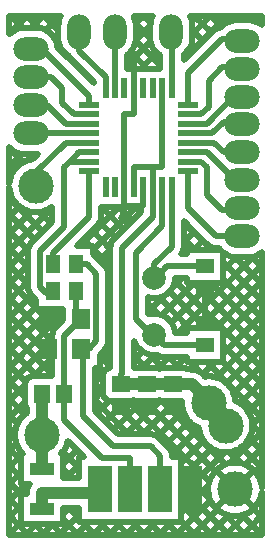
<source format=gbr>
G04 DipTrace 3.0.0.2*
G04 top_gamepad2usb.gbr*
%MOMM*%
G04 #@! TF.FileFunction,Copper,L1,Top*
G04 #@! TF.Part,Single*
%AMOUTLINE0*
4,1,4,
-0.74997,0.65,
0.74997,0.65,
0.74997,-0.65,
-0.74997,-0.65,
-0.74997,0.65,
0*%
%AMOUTLINE3*
4,1,4,
-0.65,-0.75,
-0.65,0.75,
0.65,0.75,
0.65,-0.75,
-0.65,-0.75,
0*%
G04 #@! TA.AperFunction,CopperBalancing*
%ADD14C,0.5*%
G04 #@! TA.AperFunction,ComponentPad*
%ADD15C,1.0*%
%ADD17R,1.5X1.3*%
%ADD19R,2.0X1.0*%
%ADD20R,1.6X1.8*%
%ADD21O,3.0X2.0*%
%ADD22O,2.0X3.0*%
G04 #@! TA.AperFunction,ComponentPad*
%ADD23R,2.0X4.0*%
%ADD24C,3.0*%
%ADD25C,3.0*%
%ADD26R,1.3X1.5*%
%ADD28R,0.5X1.7*%
%ADD29R,1.7X0.5*%
G04 #@! TA.AperFunction,ComponentPad*
%ADD30C,2.0*%
%ADD63OUTLINE0*%
%ADD66OUTLINE3*%
%FSLAX35Y35*%
G04*
G71*
G90*
G75*
G01*
G04 Top*
%LPD*%
X-2569130Y2000653D2*
D14*
X-2762733D1*
X-2921307Y2159227D1*
X-3064197D1*
X-2569130Y2080653D2*
X-2699843D1*
X-2794293Y2175103D1*
Y2302117D1*
X-2889553Y2397377D1*
X-3064197D1*
X-2569130Y2160653D2*
Y2235720D1*
X-2968937Y2635527D1*
X-3064197D1*
X-2569130Y1920653D2*
X-3064197Y1921077D1*
X-1270133Y1047860D2*
X-1492407D1*
X-1729130Y1284583D1*
Y1600653D1*
Y1680653D2*
X-1617147D1*
X-1571790Y1635297D1*
Y1397147D1*
X-1444777Y1270133D1*
X-1270133D1*
Y1286010D1*
X-1729130Y1760653D2*
X-1570133D1*
X-1381270Y1571790D1*
X-1270133D1*
Y1524160D1*
X-1729130Y1840653D2*
X-1507243D1*
X-1428900Y1762310D1*
X-1283930D1*
X-1270133D1*
X-1729130Y1920653D2*
X-1524583D1*
X-1428900Y2016337D1*
X-1302733D1*
X-1286857Y2000460D1*
X-1270133D1*
X-1729130Y2000653D2*
X-1571597D1*
X-1349517Y2222733D1*
X-1270133D1*
Y2460883D2*
Y2476760D1*
X-1444777D1*
X-1555913Y2365623D1*
Y2143350D1*
X-1618610Y2080653D1*
X-1729130D1*
Y2160653D2*
Y2430557D1*
X-1444777Y2714910D1*
X-1270133D1*
Y2699033D1*
X-2109130Y1460653D2*
Y1301887D1*
X-2269130D1*
Y1460653D1*
Y2079843D1*
X-2189130D1*
Y2300653D1*
X-1587667Y317013D2*
Y603313D1*
X-2189130Y2300653D2*
Y2494487D1*
X-2190980Y2496337D1*
Y2572020D1*
X-2270363Y1206627D2*
X-2269130Y1301887D1*
X-2569130Y1840653D2*
X-2763580D1*
X-3016567Y1587667D1*
Y1476530D1*
X-1869130Y2300653D2*
Y2774100D1*
X-1873447Y2778417D1*
X-2651403D2*
Y2619650D1*
X-2429130Y2397377D1*
Y2300653D1*
X-2349747Y2778417D2*
X-2349130Y2300653D1*
X-1869130Y1460653D2*
Y956917D1*
X-2016337Y809710D1*
Y698573D1*
X-1587667Y793313D2*
X-1905720D1*
X-2000460Y698573D1*
X-2016337D1*
X-1949130Y1460653D2*
Y1130943D1*
X-2175103Y904970D1*
Y349287D1*
X-2063967Y238150D1*
X-2016337D1*
Y215973D1*
X-1587667Y127013D2*
X-1936953D1*
X-2016337Y206397D1*
Y215973D1*
X-1968707Y-1095490D2*
Y-809710D1*
X-2048090Y-730327D1*
X-2365623D1*
X-2619570Y-476380D1*
Y95260D1*
X-2572020D1*
X-2508513Y158767D1*
Y730327D1*
X-2587900Y809713D1*
X-2680483D1*
X-2635447Y95260D2*
X-2619570D1*
X-2870483Y809713D2*
Y908163D1*
X-2569130Y1209517D1*
Y1600653D1*
X-2778857Y-285780D2*
Y-507533D1*
X-2460803Y-825587D1*
X-2222707D1*
Y-1095490D1*
X-2778857Y-285780D2*
Y205877D1*
X-2635447Y349287D1*
X-2683597Y587437D2*
Y397437D1*
X-2635447Y349287D1*
X-2569130Y1760653D2*
X-2653060D1*
X-2733060Y1680653D1*
X-2778417Y1635297D1*
Y1127243D1*
X-2984813Y920847D1*
Y619190D1*
X-2937183Y571560D1*
X-2873597D1*
Y587437D1*
X-2569130Y1680653D2*
X-2733060D1*
X-2029130Y1460653D2*
Y1635297D1*
X-2189130D1*
Y1460653D1*
X-1949130Y2300653D2*
Y1635297D1*
X-2029130D1*
X-2968937Y-920847D2*
D15*
Y-635067D1*
X-2968857D1*
Y-285780D1*
X-2302117Y-206917D2*
D14*
Y-127013D1*
X-2286240Y-111137D1*
Y952600D1*
X-2029130Y1209710D1*
Y1460653D1*
X-2302117Y-206917D2*
D15*
X-1698283D1*
X-1540037Y-365163D1*
X-1555913D1*
X-1857570Y-206917D2*
X-1698283D1*
X-2968937Y-1260847D2*
Y-1127243D1*
X-2476707D1*
Y-1095490D1*
X-2270363Y1206627D3*
X-3105337Y2906277D2*
D14*
X-3239723Y2771893D1*
X-2963917Y2906277D2*
X-3054107Y2816087D1*
X-2822493Y2906277D2*
X-2931400Y2797373D1*
X-2831920Y2755430D2*
X-2858270Y2729080D1*
X-2115387Y2906277D2*
X-2170293Y2851373D1*
X-2053967Y2826280D2*
X-2170637Y2709607D1*
X-3138450Y1741797D2*
X-3239687Y1640557D1*
X-2050237Y2688587D2*
X-2243903Y2494920D1*
X-1691123Y2906277D2*
X-1703973Y2893427D1*
X-1999897Y2597507D2*
X-2131207Y2466193D1*
X-3224073Y1373327D2*
X-3239687Y1357713D1*
X-1549703Y2906277D2*
X-1692927Y2763053D1*
X-1974623Y2481357D2*
X-1989850Y2466133D1*
X-3160960Y1295020D2*
X-3239687Y1216293D1*
X-1408280Y2906277D2*
X-1763637Y2550923D1*
X-3064217Y1250343D2*
X-3239687Y1074870D1*
X-1266860Y2906277D2*
X-1293590Y2879547D1*
X-2883917Y1289220D2*
X-3239687Y933450D1*
X-1125440Y2906277D2*
X-1161077Y2870640D1*
X-3086383Y945333D2*
X-3239687Y792030D1*
X-3090313Y799980D2*
X-3239717Y650577D1*
X-3090313Y658560D2*
X-3239717Y509157D1*
X-2312360Y1295093D2*
X-2642200Y965253D1*
X-3062140Y545313D2*
X-3239717Y367733D1*
X-2170937Y1295093D2*
X-2534960Y931070D1*
X-3019120Y446910D2*
X-3239717Y226313D1*
X-2391770Y932840D2*
X-2475780Y848830D1*
X-2892683Y431927D2*
X-3239717Y84890D1*
X-2391770Y791417D2*
X-2410597Y772590D1*
X-2796010Y387180D2*
X-3239717Y-56530D1*
X-2391770Y649997D2*
X-2403033Y638733D1*
X-2884327Y157440D2*
X-3239717Y-197950D1*
X-1748053Y1152290D2*
X-1763637Y1136707D1*
X-2391770Y508577D2*
X-2403033Y497313D1*
X-2884327Y16017D2*
X-3030623Y-130280D1*
X-3114343Y-214000D2*
X-3239717Y-339373D1*
X-1677343Y1081580D2*
X-1763633Y995290D1*
X-2391770Y367153D2*
X-2403033Y355890D1*
X-3114343Y-355420D2*
X-3239717Y-480793D1*
X-1606633Y1010870D2*
X-1678627Y938873D1*
X-2391770Y225733D2*
X-2403033Y214470D1*
X-3189337Y-571833D2*
X-3239717Y-622217D1*
X-1788243Y687837D2*
X-1855887Y620193D1*
X-1937950Y538130D2*
X-2069610Y406473D1*
X-2391770Y84310D2*
X-2474883Y1200D1*
X-3187403Y-711323D2*
X-3239717Y-763637D1*
X-1686873Y647787D2*
X-1949733Y384930D1*
X-2452467Y-117807D2*
X-2514037Y-179377D1*
X-3149493Y-814833D2*
X-3239717Y-905057D1*
X-1325930Y867307D2*
X-1432107Y761130D1*
X-1545453Y647787D2*
X-1869630Y323610D1*
X-2123980Y69257D2*
X-2180717Y12523D1*
X-2457647Y-264410D2*
X-2514037Y-320797D1*
X-3149493Y-956253D2*
X-3239717Y-1046480D1*
X-1178710Y873107D2*
X-1819290Y232527D1*
X-2016327Y35490D2*
X-2113250Y-61433D1*
X-2401370Y-349550D2*
X-2498223Y-446407D1*
X-3103227Y-1051410D2*
X-3239717Y-1187900D1*
X-1110520Y799877D2*
X-1637817Y272580D1*
X-1888853Y21543D2*
X-1976040Y-65647D1*
X-2262847Y-352450D2*
X-2427513Y-517117D1*
X-2674060Y-763663D2*
X-2788387Y-877990D1*
X-3149493Y-1239097D2*
X-3239717Y-1329323D1*
X-1110520Y658457D2*
X-1496397Y272580D1*
X-1747433Y21543D2*
X-1830407Y-61433D1*
X-2121427Y-352450D2*
X-2356800Y-587827D1*
X-2657210Y-888237D2*
X-2765737Y-996760D1*
X-3149493Y-1380520D2*
X-3239717Y-1470743D1*
X-1110520Y517033D2*
X-1432107Y195447D1*
X-1646063Y-18510D2*
X-1703970Y-76417D1*
X-1971373Y-343820D2*
X-2252393Y-624840D1*
X-3018913Y-1391360D2*
X-3104927Y-1477373D1*
X-1110520Y375613D2*
X-1432107Y54023D1*
X-1504640Y-18510D2*
X-1602323Y-116193D1*
X-1838583Y-352450D2*
X-2110970Y-624840D1*
X-2743873Y-1257740D2*
X-2788387Y-1302253D1*
X-2877493Y-1391360D2*
X-2963503Y-1477373D1*
X-1110520Y234193D2*
X-1488523Y-143813D1*
X-1777263Y-432553D2*
X-1987227Y-642517D1*
X-2657210Y-1312500D2*
X-2822083Y-1477373D1*
X-1110520Y92770D2*
X-1398270Y-194983D1*
X-1726097Y-522807D2*
X-1915207Y-711917D1*
X-2579320Y-1376030D2*
X-2680663Y-1477373D1*
X-1110520Y-48650D2*
X-1340957Y-279090D1*
X-1642540Y-580673D2*
X-1863347Y-801477D1*
X-2437897Y-1376030D2*
X-2539240Y-1477373D1*
X-1110520Y-190073D2*
X-1283643Y-363197D1*
X-1605460Y-685013D2*
X-1788147Y-867700D1*
X-2296477Y-1376030D2*
X-2397820Y-1477373D1*
X-1110520Y-331493D2*
X-1214657Y-435633D1*
X-1533090Y-754067D2*
X-1788147Y-1009120D1*
X-2155057Y-1376030D2*
X-2256397Y-1477373D1*
X-1110520Y-472917D2*
X-1182617Y-545013D1*
X-1423710Y-786107D2*
X-1788147Y-1150543D1*
X-2013633Y-1376030D2*
X-2114977Y-1477373D1*
X-1110520Y-614337D2*
X-1363607Y-867423D1*
X-1561680Y-1065497D2*
X-1788147Y-1291963D1*
X-1872213Y-1376030D2*
X-1973557Y-1477373D1*
X-1110520Y-755757D2*
X-1238827Y-884067D1*
X-1545037Y-1190277D2*
X-1832133Y-1477373D1*
X-1110520Y-897180D2*
X-1157690Y-944350D1*
X-1484823Y-1271483D2*
X-1690713Y-1477373D1*
X-1391393Y-1319477D2*
X-1549290Y-1477373D1*
X-1110520Y-1180023D2*
X-1130413Y-1199917D1*
X-1229187Y-1298690D2*
X-1407870Y-1477373D1*
X-1110520Y-1321443D2*
X-1266450Y-1477373D1*
X-1110520Y-1462863D2*
X-1125027Y-1477373D1*
X-1244870Y2906277D2*
X-1218070Y2879477D1*
X-1386290Y2906277D2*
X-1356520Y2876510D1*
X-1527713Y2906277D2*
X-1448983Y2827550D1*
X-1669133Y2906277D2*
X-1536890Y2774033D1*
X-1692923Y2788647D2*
X-1607600Y2703323D1*
X-1705353Y2659653D2*
X-1678310Y2632613D1*
X-2093397Y2906277D2*
X-2051060Y2863940D1*
X-1763633Y2576513D2*
X-1749007Y2561887D1*
X-2170013Y2841470D2*
X-2053893Y2725350D1*
X-2170840Y2700880D2*
X-1974620Y2504657D1*
X-2216210Y2604827D2*
X-2077577Y2466193D1*
X-2243900Y2491093D2*
X-2219000Y2466193D1*
X-2941927Y2906277D2*
X-2831917Y2796270D1*
X-3083347Y2906277D2*
X-2991083Y2814017D1*
X-2835687Y2658617D2*
X-2534640Y2357573D1*
X-3224767Y2906277D2*
X-3133817Y2815327D1*
X-1188143Y869650D2*
X-1110520Y792030D1*
X-1327563Y867653D2*
X-1110490Y650577D1*
X-1763637Y1162303D2*
X-1540207Y938873D1*
X-1432110Y830780D2*
X-1110490Y509157D1*
X-1763637Y1020883D2*
X-1681630Y938873D1*
X-1432110Y689357D2*
X-1110490Y367733D1*
X-2179270Y1295093D2*
X-2137173Y1253000D1*
X-1531963Y647787D2*
X-1110490Y226313D1*
X-2320690Y1295093D2*
X-2207887Y1182287D1*
X-1673383Y647787D2*
X-1110490Y84890D1*
X-2462113Y1295093D2*
X-2278597Y1111577D1*
X-1837523Y670507D2*
X-1110490Y-56530D1*
X-3048997Y1740557D2*
X-3031967Y1723530D1*
X-2472607Y1164167D2*
X-2349307Y1040867D1*
X-1883100Y574660D2*
X-1581017Y272580D1*
X-1432110Y123673D2*
X-1110490Y-197950D1*
X-3239687Y1789827D2*
X-3129057Y1679197D1*
X-2538623Y1088763D2*
X-2391773Y941913D1*
X-1972523Y522663D2*
X-1722440Y272580D1*
X-1432110Y-17750D2*
X-1110490Y-339373D1*
X-3239687Y1648407D2*
X-3204187Y1612903D1*
X-2609333Y1018050D2*
X-2391773Y800493D1*
X-2069613Y478330D2*
X-1984153Y392870D1*
X-1839457Y248177D2*
X-1823833Y232550D1*
X-1572773Y-18510D2*
X-1110490Y-480793D1*
X-2980980Y1248277D2*
X-2894827Y1162123D1*
X-2403003Y670300D2*
X-2391797Y659093D1*
X-1754247Y21543D2*
X-1743150Y10447D1*
X-1714140Y-18563D2*
X-1640473Y-92230D1*
X-1182690Y-550013D2*
X-1110490Y-622217D1*
X-3239687Y1365563D2*
X-2965540Y1091413D1*
X-2403003Y528877D2*
X-2391797Y517670D1*
X-1895667Y21543D2*
X-1812693Y-61433D1*
X-1208793Y-665333D2*
X-1110490Y-763637D1*
X-3239687Y1224140D2*
X-3036250Y1020703D1*
X-2403003Y387457D2*
X-2391797Y376250D1*
X-2056423Y40877D2*
X-1952387Y-63160D1*
X-1274117Y-741430D2*
X-1110490Y-905057D1*
X-3239687Y1082720D2*
X-3089973Y933007D1*
X-2403003Y246033D2*
X-2391797Y234827D1*
X-2180720Y23750D2*
X-2095537Y-61433D1*
X-1804517Y-352450D2*
X-1786217Y-370753D1*
X-1373623Y-783343D2*
X-1286230Y-870740D1*
X-3239687Y941300D2*
X-3090320Y791930D1*
X-2411910Y113520D2*
X-2391773Y93383D1*
X-1948493Y-349897D2*
X-1418397Y-879993D1*
X-3239687Y799877D2*
X-3090320Y650507D1*
X-2871737Y431927D2*
X-2796013Y356203D1*
X-2474887Y35077D2*
X-2391773Y-48037D1*
X-2087360Y-352450D2*
X-1502920Y-936893D1*
X-1175027Y-1264783D2*
X-1110490Y-1329323D1*
X-3239687Y658457D2*
X-2858507Y277273D1*
X-2505960Y-75270D2*
X-2456407Y-124823D1*
X-2228780Y-352450D2*
X-1554570Y-1026660D1*
X-1264797Y-1316437D2*
X-1110490Y-1470743D1*
X-3239687Y517033D2*
X-2884333Y161680D1*
X-2514040Y-208613D2*
X-2457583Y-265070D1*
X-2370203Y-352450D2*
X-2097813Y-624840D1*
X-1788150Y-934503D2*
X-1548910Y-1173743D1*
X-1411880Y-1310773D2*
X-1245280Y-1477373D1*
X-3239687Y375613D2*
X-2884333Y20257D1*
X-2514040Y-350033D2*
X-2239237Y-624840D1*
X-1788150Y-1075923D2*
X-1386703Y-1477373D1*
X-3239687Y234193D2*
X-2884333Y-121163D1*
X-1788150Y-1217347D2*
X-1528123Y-1477373D1*
X-3239687Y92770D2*
X-3016640Y-130280D1*
X-1788150Y-1358767D2*
X-1669543Y-1477373D1*
X-3239687Y-48650D2*
X-3109100Y-179237D1*
X-1912310Y-1376030D2*
X-1810967Y-1477373D1*
X-3239687Y-190073D2*
X-3114350Y-315410D1*
X-2053730Y-1376030D2*
X-1952387Y-1477373D1*
X-3239687Y-331493D2*
X-3115730Y-455450D1*
X-2789287Y-781893D2*
X-2657217Y-913967D1*
X-2195150Y-1376030D2*
X-2093810Y-1477373D1*
X-3239687Y-472917D2*
X-3177740Y-534863D1*
X-2788390Y-924213D2*
X-2715843Y-996760D1*
X-2336573Y-1376030D2*
X-2235230Y-1477373D1*
X-3239687Y-614337D2*
X-3198043Y-655983D1*
X-2477993Y-1376030D2*
X-2376650Y-1477373D1*
X-3239687Y-755757D2*
X-3149497Y-845950D1*
X-2737703Y-1257740D2*
X-2657217Y-1338230D1*
X-2619417Y-1376030D2*
X-2518073Y-1477373D1*
X-3239687Y-897180D2*
X-3149497Y-987370D1*
X-2788390Y-1348477D2*
X-2659493Y-1477373D1*
X-3239687Y-1038600D2*
X-3147977Y-1130310D1*
X-2886930Y-1391360D2*
X-2800917Y-1477373D1*
X-3239687Y-1180023D2*
X-3149497Y-1270213D1*
X-3028350Y-1391360D2*
X-2942337Y-1477373D1*
X-3239687Y-1321443D2*
X-3083757Y-1477373D1*
X-3239687Y-1462863D2*
X-3225180Y-1477373D1*
X-1714667Y935313D2*
X-1456757D1*
X-1464687Y945853D1*
X-1500410Y946173D1*
X-1516217Y948677D1*
X-1531440Y953623D1*
X-1545703Y960890D1*
X-1558650Y970297D1*
X-1617563Y1028767D1*
X-1767203Y1178407D1*
X-1767443Y948913D1*
X-1769947Y933107D1*
X-1774893Y917883D1*
X-1782160Y903623D1*
X-1787210Y896200D1*
X-1780720Y895313D1*
X-1739607D1*
X-1739667Y935313D1*
X-1714667D1*
X-1435667Y913730D2*
Y651313D1*
X-1739667D1*
Y691253D1*
X-1839523Y691313D1*
X-1841517Y670883D1*
X-1848000Y643877D1*
X-1858630Y618217D1*
X-1873140Y594537D1*
X-1891180Y573417D1*
X-1912300Y555377D1*
X-1935980Y540867D1*
X-1961640Y530237D1*
X-1988647Y523753D1*
X-2016337Y521573D1*
X-2044027Y523753D1*
X-2071033Y530237D1*
X-2073120Y531007D1*
X-2073103Y391397D1*
X-2067140Y385573D1*
X-2044027Y390793D1*
X-2016337Y392973D1*
X-1988647Y390793D1*
X-1961640Y384310D1*
X-1935980Y373680D1*
X-1912300Y359170D1*
X-1891180Y341130D1*
X-1873140Y320010D1*
X-1858630Y296330D1*
X-1848000Y270670D1*
X-1841517Y243663D1*
X-1839847Y228940D1*
X-1739590Y229013D1*
X-1739667Y269013D1*
X-1435667D1*
Y-14987D1*
X-1739667D1*
Y24953D1*
X-1944957Y25327D1*
X-1960763Y27830D1*
X-1975987Y32777D1*
X-1990247Y40043D1*
X-2016337Y38973D1*
X-2044027Y41153D1*
X-2071033Y47637D1*
X-2096693Y58267D1*
X-2120373Y72777D1*
X-2141493Y90817D1*
X-2159533Y111937D1*
X-2174043Y135617D1*
X-2184280Y160207D1*
X-2184240Y-70740D1*
X-2172817Y-67043D1*
X-2160880Y-65153D1*
X-2004847Y-64917D1*
X-1992800Y-65863D1*
X-1981053Y-68687D1*
X-1969003Y-73807D1*
X-1956360Y-68683D1*
X-1944613Y-65863D1*
X-1932567Y-64917D1*
X-1776533Y-65153D1*
X-1764597Y-67043D1*
X-1753107Y-70777D1*
X-1742340Y-76263D1*
X-1736887Y-79960D1*
X-1688320Y-80307D1*
X-1668637Y-83427D1*
X-1649683Y-89583D1*
X-1631927Y-98630D1*
X-1615803Y-110347D1*
X-1585487Y-140110D1*
X-1555913Y-138163D1*
X-1538103Y-138863D1*
X-1520403Y-140957D1*
X-1502920Y-144437D1*
X-1485767Y-149273D1*
X-1469043Y-155443D1*
X-1452857Y-162903D1*
X-1437307Y-171613D1*
X-1422487Y-181517D1*
X-1408490Y-192550D1*
X-1395400Y-204650D1*
X-1383300Y-217740D1*
X-1372267Y-231737D1*
X-1362363Y-246557D1*
X-1353653Y-262107D1*
X-1346193Y-278293D1*
X-1340023Y-295017D1*
X-1335187Y-312170D1*
X-1331707Y-329653D1*
X-1329963Y-344380D1*
X-1309967Y-353423D1*
X-1294417Y-362133D1*
X-1279597Y-372037D1*
X-1265600Y-383070D1*
X-1252510Y-395170D1*
X-1240410Y-408260D1*
X-1229377Y-422257D1*
X-1219473Y-437077D1*
X-1210763Y-452627D1*
X-1203303Y-468813D1*
X-1197133Y-485537D1*
X-1192297Y-502690D1*
X-1188817Y-520173D1*
X-1186723Y-537873D1*
X-1186023Y-555683D1*
X-1186723Y-573493D1*
X-1188817Y-591193D1*
X-1192297Y-608677D1*
X-1197133Y-625830D1*
X-1203303Y-642553D1*
X-1210763Y-658740D1*
X-1219473Y-674290D1*
X-1229377Y-689110D1*
X-1240410Y-703107D1*
X-1252510Y-716197D1*
X-1265600Y-728297D1*
X-1279597Y-739330D1*
X-1294417Y-749233D1*
X-1309967Y-757943D1*
X-1326153Y-765403D1*
X-1342877Y-771573D1*
X-1360030Y-776410D1*
X-1377513Y-779890D1*
X-1395213Y-781983D1*
X-1413023Y-782683D1*
X-1430833Y-781983D1*
X-1448533Y-779890D1*
X-1466017Y-776410D1*
X-1483170Y-771573D1*
X-1499893Y-765403D1*
X-1516080Y-757943D1*
X-1531630Y-749233D1*
X-1546450Y-739330D1*
X-1560447Y-728297D1*
X-1573537Y-716197D1*
X-1585637Y-703107D1*
X-1596670Y-689110D1*
X-1606573Y-674290D1*
X-1615283Y-658740D1*
X-1622743Y-642553D1*
X-1628913Y-625830D1*
X-1633750Y-608677D1*
X-1637230Y-591193D1*
X-1638973Y-576467D1*
X-1658970Y-567423D1*
X-1674520Y-558713D1*
X-1689340Y-548810D1*
X-1703337Y-537777D1*
X-1716427Y-525677D1*
X-1728527Y-512587D1*
X-1739560Y-498590D1*
X-1749463Y-483770D1*
X-1758173Y-468220D1*
X-1765633Y-452033D1*
X-1771803Y-435310D1*
X-1776640Y-418157D1*
X-1780120Y-400673D1*
X-1782213Y-382973D1*
X-1782913Y-365163D1*
X-1782573Y-348917D1*
X-1783400Y-348883D1*
X-1938607Y-348680D1*
X-1950543Y-346790D1*
X-1962033Y-343057D1*
X-1968410Y-340027D1*
X-1981053Y-345147D1*
X-1992800Y-347970D1*
X-2004847Y-348917D1*
X-2160880Y-348680D1*
X-2172817Y-346790D1*
X-2184307Y-343057D1*
X-2190683Y-340027D1*
X-2203327Y-345147D1*
X-2215073Y-347970D1*
X-2227120Y-348917D1*
X-2383153Y-348680D1*
X-2395090Y-346790D1*
X-2406580Y-343057D1*
X-2417347Y-337570D1*
X-2427120Y-330467D1*
X-2435663Y-321923D1*
X-2442767Y-312150D1*
X-2448253Y-301383D1*
X-2451987Y-289893D1*
X-2453877Y-277957D1*
X-2454113Y-141917D1*
X-2453167Y-129870D1*
X-2450343Y-118123D1*
X-2445720Y-106960D1*
X-2439407Y-96657D1*
X-2431560Y-87470D1*
X-2422373Y-79623D1*
X-2412070Y-73310D1*
X-2400907Y-68687D1*
X-2388197Y-65750D1*
X-2387927Y960603D1*
X-2385423Y976410D1*
X-2380477Y991633D1*
X-2373210Y1005897D1*
X-2363800Y1018843D1*
X-2305333Y1077757D1*
X-2131110Y1251980D1*
X-2131130Y1298750D1*
X-2451130D1*
X-2467070Y1298653D1*
X-2467443Y1201513D1*
X-2469947Y1185707D1*
X-2474893Y1170483D1*
X-2482160Y1156223D1*
X-2491570Y1143273D1*
X-2550037Y1084360D1*
X-2672483Y961713D1*
X-2538483D1*
Y898920D1*
X-2527947Y892233D1*
X-2515777Y881837D1*
X-2430953Y796570D1*
X-2421543Y783620D1*
X-2414277Y769360D1*
X-2409330Y754137D1*
X-2406827Y738330D1*
X-2406513Y655327D1*
X-2406827Y150763D1*
X-2409330Y134957D1*
X-2414277Y119733D1*
X-2421543Y105473D1*
X-2430953Y92523D1*
X-2478443Y44587D1*
X-2478447Y-71740D1*
X-2517607D1*
X-2517570Y-434133D1*
X-2323367Y-628333D1*
X-2040087Y-628640D1*
X-2024280Y-631143D1*
X-2009057Y-636090D1*
X-1994793Y-643357D1*
X-1981847Y-652763D1*
X-1922933Y-711233D1*
X-1891143Y-743467D1*
X-1881737Y-756413D1*
X-1874470Y-770677D1*
X-1869523Y-785900D1*
X-1867020Y-801707D1*
X-1866707Y-818400D1*
X-1791707Y-818490D1*
Y-1372490D1*
X-2653707D1*
Y-1254230D1*
X-2791843Y-1254243D1*
X-2791937Y-1387847D1*
X-3145937D1*
Y-1133847D1*
X-3095840D1*
X-3095547Y-1117280D1*
X-3092427Y-1097597D1*
X-3086270Y-1078643D1*
X-3077223Y-1060887D1*
X-3071080Y-1051830D1*
X-3091937Y-1047847D1*
X-3145937D1*
Y-793847D1*
X-3130997D1*
X-3141470Y-782490D1*
X-3152503Y-768493D1*
X-3162407Y-753673D1*
X-3171117Y-738123D1*
X-3178577Y-721937D1*
X-3184747Y-705213D1*
X-3189583Y-688060D1*
X-3193063Y-670577D1*
X-3195157Y-652877D1*
X-3195857Y-635067D1*
X-3195157Y-617257D1*
X-3193063Y-599557D1*
X-3189583Y-582073D1*
X-3184747Y-564920D1*
X-3178577Y-548197D1*
X-3171117Y-532010D1*
X-3162407Y-516460D1*
X-3152503Y-501640D1*
X-3141470Y-487643D1*
X-3129370Y-474553D1*
X-3116280Y-462453D1*
X-3095857Y-447127D1*
X-3096150Y-406040D1*
X-3102463Y-395737D1*
X-3107087Y-384573D1*
X-3109910Y-372827D1*
X-3110857Y-360780D1*
X-3110620Y-204740D1*
X-3108730Y-192803D1*
X-3104997Y-181313D1*
X-3099510Y-170547D1*
X-3092407Y-160773D1*
X-3083863Y-152230D1*
X-3074090Y-145127D1*
X-3063323Y-139640D1*
X-3051833Y-135907D1*
X-3039897Y-134017D1*
X-2903857Y-133780D1*
X-2891810Y-134727D1*
X-2884903Y-136183D1*
X-2880857Y-135780D1*
X-2880543Y213880D1*
X-2878040Y229687D1*
X-2873093Y244910D1*
X-2865827Y259170D1*
X-2856417Y272120D1*
X-2792493Y336490D1*
X-2792447Y435510D1*
X-3015597Y435437D1*
Y505847D1*
X-3062373Y552947D1*
X-3071783Y565897D1*
X-3079050Y580157D1*
X-3083997Y595380D1*
X-3086500Y611187D1*
X-3086813Y694190D1*
X-3086500Y928850D1*
X-3083997Y944657D1*
X-3079050Y959880D1*
X-3071783Y974140D1*
X-3062373Y987090D1*
X-3003907Y1046003D1*
X-2880370Y1169540D1*
X-2880417Y1294920D1*
X-2897960Y1282980D1*
X-2913510Y1274270D1*
X-2929697Y1266810D1*
X-2946420Y1260640D1*
X-2963573Y1255803D1*
X-2981057Y1252323D1*
X-2998757Y1250230D1*
X-3016567Y1249530D1*
X-3034377Y1250230D1*
X-3052077Y1252323D1*
X-3069560Y1255803D1*
X-3086713Y1260640D1*
X-3103437Y1266810D1*
X-3119623Y1274270D1*
X-3135173Y1282980D1*
X-3149993Y1292883D1*
X-3163990Y1303917D1*
X-3177080Y1316017D1*
X-3189180Y1329107D1*
X-3200213Y1343103D1*
X-3210117Y1357923D1*
X-3218827Y1373473D1*
X-3226287Y1389660D1*
X-3232457Y1406383D1*
X-3237293Y1423537D1*
X-3240773Y1441020D1*
X-3243257Y1468670D1*
X-3243223Y-1480913D1*
X-1106983D1*
X-1107520Y-1115463D1*
X-1111087Y-1140197D1*
X-1117347Y-1164387D1*
X-1126230Y-1187740D1*
X-1137627Y-1209980D1*
X-1151397Y-1230830D1*
X-1167377Y-1250040D1*
X-1185370Y-1267377D1*
X-1205160Y-1282630D1*
X-1226507Y-1295620D1*
X-1249153Y-1306180D1*
X-1272820Y-1314190D1*
X-1297227Y-1319550D1*
X-1322073Y-1322197D1*
X-1347060Y-1322093D1*
X-1371887Y-1319243D1*
X-1396247Y-1313687D1*
X-1419850Y-1305483D1*
X-1442407Y-1294737D1*
X-1463647Y-1281573D1*
X-1483313Y-1266157D1*
X-1501163Y-1248673D1*
X-1516983Y-1229333D1*
X-1530583Y-1208370D1*
X-1541797Y-1186040D1*
X-1550490Y-1162613D1*
X-1556553Y-1138373D1*
X-1559917Y-1113613D1*
X-1560537Y-1088633D1*
X-1558407Y-1063737D1*
X-1553557Y-1039223D1*
X-1546040Y-1015393D1*
X-1535950Y-992533D1*
X-1523407Y-970923D1*
X-1508567Y-950820D1*
X-1491607Y-932470D1*
X-1472733Y-916097D1*
X-1452173Y-901893D1*
X-1430177Y-890040D1*
X-1407010Y-880673D1*
X-1382957Y-873913D1*
X-1358303Y-869833D1*
X-1333353Y-868490D1*
X-1308403Y-869897D1*
X-1283763Y-874037D1*
X-1259727Y-880860D1*
X-1236583Y-890287D1*
X-1214617Y-902197D1*
X-1194093Y-916450D1*
X-1175260Y-932870D1*
X-1158347Y-951263D1*
X-1143557Y-971403D1*
X-1131070Y-993047D1*
X-1121037Y-1015933D1*
X-1113583Y-1039783D1*
X-1108793Y-1064307D1*
X-1106983Y-1080913D1*
Y911763D1*
X-1127650Y896943D1*
X-1152400Y884333D1*
X-1178813Y875750D1*
X-1206247Y871407D1*
X-1270133Y870860D1*
X-1334020Y871407D1*
X-1361453Y875750D1*
X-1387867Y884333D1*
X-1412617Y896943D1*
X-1435087Y913267D1*
X-1435683Y913820D1*
X-2806580Y-793847D2*
X-2791937D1*
Y-1000193D1*
X-2653800Y-1000243D1*
X-2653707Y-818490D1*
X-2612007D1*
X-2747063Y-683577D1*
X-2752967Y-705213D1*
X-2759137Y-721937D1*
X-2766597Y-738123D1*
X-2775307Y-753673D1*
X-2785210Y-768493D1*
X-2796243Y-782490D1*
X-2806783Y-793893D1*
X-3114143Y1744080D2*
X-3141887Y1746257D1*
X-3168893Y1752740D1*
X-3194553Y1763370D1*
X-3218233Y1777880D1*
X-3239353Y1795920D1*
X-3243223Y1800103D1*
X-3242867Y1494340D1*
X-3240773Y1512040D1*
X-3237293Y1529523D1*
X-3232457Y1546677D1*
X-3226287Y1563400D1*
X-3218827Y1579587D1*
X-3210117Y1595137D1*
X-3200213Y1609957D1*
X-3189180Y1623953D1*
X-3177080Y1637043D1*
X-3163990Y1649143D1*
X-3149993Y1660177D1*
X-3135173Y1670080D1*
X-3119623Y1678790D1*
X-3103437Y1686250D1*
X-3086713Y1692420D1*
X-3069560Y1697257D1*
X-3047167Y1701317D1*
X-3004100Y1744383D1*
X-3114197Y1744173D1*
X-2050443Y2828363D2*
X-2048267Y2856107D1*
X-2041783Y2883113D1*
X-2031153Y2908773D1*
X-2030543Y2909863D1*
X-2192627Y2909813D1*
X-2186220Y2896150D1*
X-2177637Y2869737D1*
X-2173293Y2842303D1*
X-2172747Y2778417D1*
X-2173293Y2714530D1*
X-2177637Y2687097D1*
X-2186220Y2660683D1*
X-2198830Y2635933D1*
X-2215153Y2613463D1*
X-2234793Y2593823D1*
X-2247560Y2583983D1*
X-2247130Y2462557D1*
X-2007130D1*
X-1971150Y2462653D1*
X-1971130Y2580830D1*
X-1988400Y2593823D1*
X-2008040Y2613463D1*
X-2024363Y2635933D1*
X-2036973Y2660683D1*
X-2045557Y2687097D1*
X-2049900Y2714530D1*
X-2050447Y2778417D1*
X-2050350Y2828417D1*
X-1716350Y2909863D2*
X-1709920Y2896150D1*
X-1701337Y2869737D1*
X-1696993Y2842303D1*
X-1696447Y2778417D1*
X-1696993Y2714530D1*
X-1701337Y2687097D1*
X-1709920Y2660683D1*
X-1722530Y2635933D1*
X-1738853Y2613463D1*
X-1758493Y2593823D1*
X-1767150Y2587003D1*
X-1767130Y2536697D1*
X-1511020Y2792470D1*
X-1498070Y2801880D1*
X-1483810Y2809147D1*
X-1468587Y2814093D1*
X-1452437Y2816610D1*
X-1435087Y2833627D1*
X-1412617Y2849950D1*
X-1387867Y2862560D1*
X-1361453Y2871143D1*
X-1334020Y2875487D1*
X-1270133Y2876033D1*
X-1206247Y2875487D1*
X-1178813Y2871143D1*
X-1152400Y2862560D1*
X-1127650Y2849950D1*
X-1106930Y2835003D1*
X-1106983Y2909813D1*
X-1716260D1*
X-2828400Y2828363D2*
X-2826223Y2856107D1*
X-2819740Y2883113D1*
X-2809110Y2908773D1*
X-2808500Y2909863D1*
X-3243223Y2909813D1*
Y2756787D1*
X-3229150Y2770120D1*
X-3206680Y2786443D1*
X-3181930Y2799053D1*
X-3155517Y2807637D1*
X-3128083Y2811980D1*
X-3064197Y2812527D1*
X-3000310Y2811980D1*
X-2972877Y2807637D1*
X-2946463Y2799053D1*
X-2921713Y2786443D1*
X-2899243Y2770120D1*
X-2879603Y2750480D1*
X-2863280Y2728010D1*
X-2850670Y2703260D1*
X-2842087Y2676847D1*
X-2837743Y2649413D1*
X-2826100Y2636940D1*
X-2531173Y2342013D1*
X-2531130Y2355243D1*
X-2728967Y2553407D1*
X-2738373Y2566353D1*
X-2742693Y2574223D1*
X-2766357Y2593823D1*
X-2785997Y2613463D1*
X-2802320Y2635933D1*
X-2814930Y2660683D1*
X-2823513Y2687097D1*
X-2827857Y2714530D1*
X-2828403Y2778417D1*
Y2828320D1*
X-1494083Y-935047D2*
X-1173197Y-1255933D1*
Y-935047D2*
X-1494083Y-1255933D1*
D17*
X-1587667Y603313D3*
Y793313D3*
Y317013D3*
Y127013D3*
D63*
X-2302117Y-396917D3*
Y-206917D3*
X-2079843Y-396917D3*
Y-206917D3*
X-1857570Y-396917D3*
Y-206917D3*
D19*
X-2968937Y-920847D3*
Y-1260847D3*
D20*
X-2635447Y349287D3*
X-2915447D3*
X-2635447Y95260D3*
X-2915447D3*
D21*
X-3064197Y1921077D3*
D22*
X-1873447Y2778417D3*
D23*
X-2476707Y-1095490D3*
D21*
X-1270133Y1286010D3*
D23*
X-2222707Y-1095490D3*
D22*
X-2651403Y2778417D3*
D24*
X-2968857Y-635067D3*
D23*
X-1968707Y-1095490D3*
D21*
X-1270133Y1762310D3*
D23*
X-1714707Y-1095490D3*
D22*
X-2349747Y2778417D3*
D21*
X-1270133Y2222733D3*
Y1047860D3*
X-3064197Y2159227D3*
X-1270133Y2460883D3*
X-3064197Y2397377D3*
X-1270133Y1524160D3*
D25*
X-1555913Y-365163D3*
D21*
X-3064197Y2635527D3*
X-1270133Y2000460D3*
Y2699033D3*
D24*
X-3016567Y1476530D3*
D15*
X-2190980Y2572020D3*
D66*
X-2968857Y-285780D3*
X-2778857D3*
D26*
X-2873597Y587437D3*
X-2683597D3*
X-2870483Y809713D3*
X-2680483D3*
D28*
X-2429130Y1460653D3*
X-2349130D3*
X-2269130D3*
X-2189130D3*
X-2109130D3*
X-2029130D3*
X-1949130D3*
X-1869130D3*
D29*
X-1729130Y1600653D3*
Y1680653D3*
Y1760653D3*
Y1840653D3*
Y1920653D3*
Y2000653D3*
Y2080653D3*
Y2160653D3*
D28*
X-1869130Y2300653D3*
X-1949130D3*
X-2029130D3*
X-2109130D3*
X-2189130D3*
X-2269130D3*
X-2349130D3*
X-2429130D3*
D29*
X-2569130Y2160653D3*
Y2080653D3*
Y2000653D3*
Y1920653D3*
Y1840653D3*
Y1760653D3*
Y1680653D3*
Y1600653D3*
D30*
X-2016337Y698573D3*
Y215973D3*
D25*
X-1413023Y-555683D3*
X-1333640Y-1095490D3*
M02*

</source>
